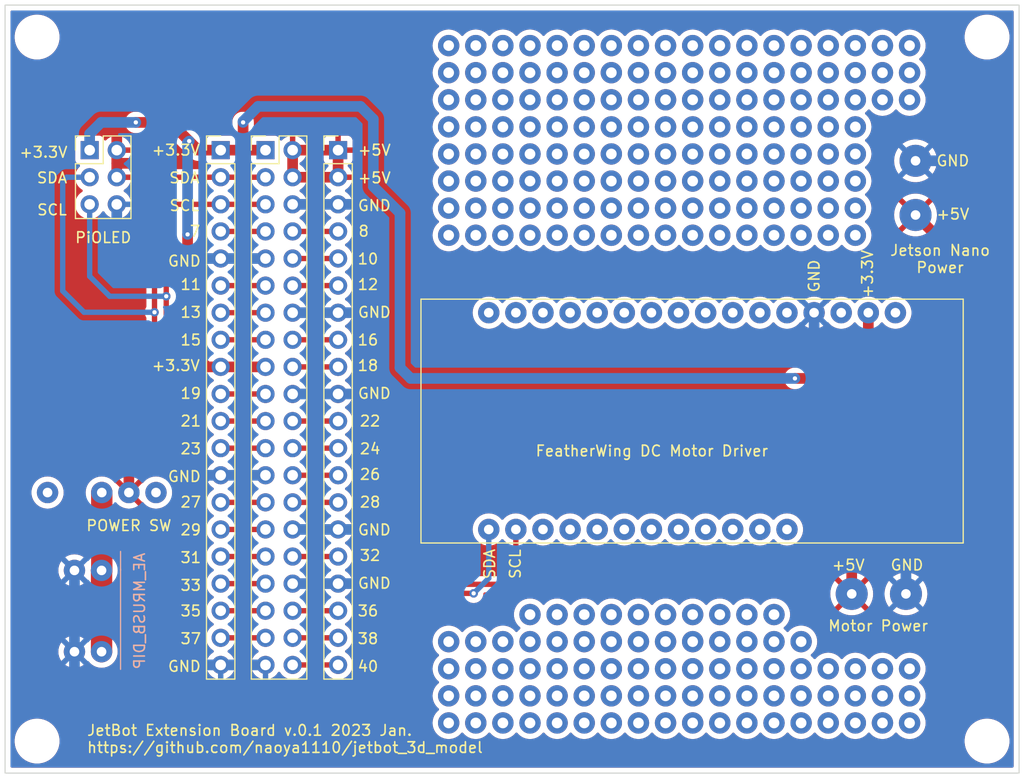
<source format=kicad_pcb>
(kicad_pcb (version 20211014) (generator pcbnew)
  (layers (0 "F.Cu" signal) (31 "B.Cu" signal) (34 "B.Paste" user) (35 "F.Paste" user) (36 "B.SilkS" user "B.Silkscreen") (37 "F.SilkS" user "F.Silkscreen") (38 "B.Mask" user) (39 "F.Mask" user) (44 "Edge.Cuts" user))
  (net 0 "")
  (net 1 "+5V")
  (net 2 "GND")
  (net 4 "+3.3V")
  (net 28 "I2C_2_SCL")
  (net 29 "I2C_2_SDA")
  (net 30 "Net-(J1-Pad3)")
  (net 32 "Net-(J2-Pad7)")
  (net 33 "Net-(J2-Pad8)")
  (net 34 "Net-(J2-Pad10)")
  (net 35 "Net-(J2-Pad11)")
  (net 36 "Net-(J2-Pad12)")
  (net 37 "Net-(J2-Pad13)")
  (net 38 "Net-(J2-Pad15)")
  (net 39 "Net-(J2-Pad16)")
  (net 40 "Net-(J2-Pad18)")
  (net 41 "Net-(J2-Pad19)")
  (net 42 "Net-(J2-Pad21)")
  (net 43 "Net-(J2-Pad22)")
  (net 44 "Net-(J2-Pad23)")
  (net 45 "Net-(J2-Pad24)")
  (net 46 "Net-(J2-Pad26)")
  (net 47 "Net-(J2-Pad27)")
  (net 48 "Net-(J2-Pad28)")
  (net 49 "Net-(J2-Pad29)")
  (net 50 "Net-(J2-Pad31)")
  (net 51 "Net-(J2-Pad32)")
  (net 52 "Net-(J2-Pad33)")
  (net 53 "Net-(J2-Pad35)")
  (net 54 "Net-(J2-Pad36)")
  (net 55 "Net-(J2-Pad37)")
  (net 56 "Net-(J2-Pad38)")
  (net 57 "Net-(J2-Pad40)")
  (footprint "" (layer "F.Cu") (at 203.2 53.34)
    (fp_text reference "")
    (fp_text value "")
  )
  (footprint "" (layer "F.Cu") (at 200.66 114.3)
    (fp_text reference "")
    (fp_text value "")
  )
  (footprint "" (layer "F.Cu") (at 190.5 106.68)
    (fp_text reference "")
    (fp_text value "")
  )
  (footprint "" (layer "F.Cu") (at 187.96 111.76)
    (fp_text reference "")
    (fp_text value "")
  )
  (footprint "" (layer "F.Cu") (at 172.72 106.68)
    (fp_text reference "")
    (fp_text value "")
  )
  (footprint "" (layer "F.Cu") (at 177.8 58.42)
    (fp_text reference "")
    (fp_text value "")
  )
  (footprint "" (layer "F.Cu") (at 190.5 109.22)
    (fp_text reference "")
    (fp_text value "")
  )
  (footprint "" (layer "F.Cu") (at 182.88 111.76)
    (fp_text reference "")
    (fp_text value "")
  )
  (footprint "" (layer "F.Cu") (at 182.88 58.42)
    (fp_text reference "")
    (fp_text value "")
  )
  (footprint "" (layer "F.Cu") (at 170.18 60.96)
    (fp_text reference "")
    (fp_text value "")
  )
  (footprint "" (layer "F.Cu") (at 172.72 63.5)
    (fp_text reference "")
    (fp_text value "")
  )
  (footprint "" (layer "F.Cu") (at 165.1 63.5)
    (fp_text reference "")
    (fp_text value "")
  )
  (footprint "" (layer "F.Cu") (at 198.12 114.3)
    (fp_text reference "")
    (fp_text value "")
  )
  (footprint "" (layer "F.Cu") (at 175.26 50.8)
    (fp_text reference "")
    (fp_text value "")
  )
  (footprint "" (layer "F.Cu") (at 187.96 60.96)
    (fp_text reference "")
    (fp_text value "")
  )
  (footprint "" (layer "F.Cu") (at 182.88 109.22)
    (fp_text reference "")
    (fp_text value "")
  )
  (footprint "MountingHole:MountingHole_3.2mm_M3" (layer "F.Cu") (at 213 50)
    (fp_text reference "REF**" hide)
    (fp_text value "MountingHole_3.2mm_M3" hide)
  )
  (footprint "" (layer "F.Cu") (at 172.72 66.04)
    (fp_text reference "")
    (fp_text value "")
  )
  (footprint "" (layer "F.Cu") (at 180.34 53.34)
    (fp_text reference "")
    (fp_text value "")
  )
  (footprint "" (layer "F.Cu") (at 203.2 111.76)
    (fp_text reference "")
    (fp_text value "")
  )
  (footprint "" (layer "F.Cu") (at 187.96 104.14)
    (fp_text reference "")
    (fp_text value "")
  )
  (footprint "" (layer "F.Cu") (at 187.96 68.58)
    (fp_text reference "")
    (fp_text value "")
  )
  (footprint "" (layer "F.Cu") (at 170.18 114.3)
    (fp_text reference "")
    (fp_text value "")
  )
  (footprint "" (layer "F.Cu") (at 177.8 104.14)
    (fp_text reference "")
    (fp_text value "")
  )
  (footprint "" (layer "F.Cu") (at 198.12 60.96)
    (fp_text reference "")
    (fp_text value "")
  )
  (footprint "" (layer "F.Cu") (at 162.56 114.3)
    (fp_text reference "")
    (fp_text value "")
  )
  (footprint "" (layer "F.Cu") (at 177.8 60.96)
    (fp_text reference "")
    (fp_text value "")
  )
  (footprint "" (layer "F.Cu") (at 175.26 53.34)
    (fp_text reference "")
    (fp_text value "")
  )
  (footprint "" (layer "F.Cu") (at 180.34 63.5)
    (fp_text reference "")
    (fp_text value "")
  )
  (footprint "" (layer "F.Cu") (at 190.5 60.96)
    (fp_text reference "")
    (fp_text value "")
  )
  (footprint "" (layer "F.Cu") (at 162.56 55.88)
    (fp_text reference "")
    (fp_text value "")
  )
  (footprint "" (layer "F.Cu") (at 172.72 55.88)
    (fp_text reference "")
    (fp_text value "")
  )
  (footprint "" (layer "F.Cu") (at 187.96 109.22)
    (fp_text reference "")
    (fp_text value "")
  )
  (footprint "Connector_PinHeader_2.54mm:PinHeader_1x20_P2.54mm_Vertical" (layer "F.Cu") (at 152.2 60.6)
    (fp_text reference "J8" hide)
    (fp_text value "GPIO_even" hide)
  )
  (footprint "" (layer "F.Cu") (at 203.2 50.8)
    (fp_text reference "")
    (fp_text value "")
  )
  (footprint "" (layer "F.Cu") (at 170.18 68.58)
    (fp_text reference "")
    (fp_text value "")
  )
  (footprint "Connector_PinHeader_2.54mm:PinHeader_2x03_P2.54mm_Vertical" (layer "F.Cu") (at 128.925 60.6)
    (fp_text reference "J3" hide)
    (fp_text value "PiOLED 2x3" hide)
  )
  (footprint "" (layer "F.Cu") (at 170.18 58.42)
    (fp_text reference "")
    (fp_text value "")
  )
  (footprint "" (layer "F.Cu") (at 175.26 111.76)
    (fp_text reference "")
    (fp_text value "")
  )
  (footprint "" (layer "F.Cu") (at 167.64 50.8)
    (fp_text reference "")
    (fp_text value "")
  )
  (footprint "" (layer "F.Cu") (at 193.04 114.3)
    (fp_text reference "")
    (fp_text value "")
  )
  (footprint "" (layer "F.Cu") (at 165.1 114.3)
    (fp_text reference "")
    (fp_text value "")
  )
  (footprint "" (layer "F.Cu") (at 185.42 55.88)
    (fp_text reference "")
    (fp_text value "")
  )
  (footprint "" (layer "F.Cu") (at 172.72 109.22)
    (fp_text reference "")
    (fp_text value "")
  )
  (footprint "" (layer "F.Cu") (at 198.12 63.5)
    (fp_text reference "")
    (fp_text value "")
  )
  (footprint "" (layer "F.Cu") (at 170.18 109.22)
    (fp_text reference "")
    (fp_text value "")
  )
  (footprint "" (layer "F.Cu") (at 182.88 50.8)
    (fp_text reference "")
    (fp_text value "")
  )
  (footprint "" (layer "F.Cu") (at 195.58 50.8)
    (fp_text reference "")
    (fp_text value "")
  )
  (footprint "" (layer "F.Cu") (at 200.66 111.76)
    (fp_text reference "")
    (fp_text value "")
  )
  (footprint "" (layer "F.Cu") (at 175.26 60.96)
    (fp_text reference "")
    (fp_text value "")
  )
  (footprint "" (layer "F.Cu") (at 165.1 106.68)
    (fp_text reference "")
    (fp_text value "")
  )
  (footprint "" (layer "F.Cu") (at 165.1 58.42)
    (fp_text reference "")
    (fp_text value "")
  )
  (footprint "" (layer "F.Cu") (at 193.04 55.88)
    (fp_text reference "")
    (fp_text value "")
  )
  (footprint "" (layer "F.Cu") (at 162.56 106.68)
    (fp_text reference "")
    (fp_text value "")
  )
  (footprint "" (layer "F.Cu") (at 167.64 106.68)
    (fp_text reference "")
    (fp_text value "")
  )
  (footprint "" (layer "F.Cu") (at 195.58 55.88)
    (fp_text reference "")
    (fp_text value "")
  )
  (footprint "" (layer "F.Cu") (at 180.34 68.58)
    (fp_text reference "")
    (fp_text value "")
  )
  (footprint "MountingHole:MountingHole_3.2mm_M3" (layer "F.Cu") (at 124 50)
    (fp_text reference "REF**" hide)
    (fp_text value "MountingHole_3.2mm_M3" hide)
  )
  (footprint "" (layer "F.Cu") (at 185.42 58.42)
    (fp_text reference "")
    (fp_text value "")
  )
  (footprint "" (layer "F.Cu") (at 198.12 55.88)
    (fp_text reference "")
    (fp_text value "")
  )
  (footprint "" (layer "F.Cu") (at 180.34 114.3)
    (fp_text reference "")
    (fp_text value "")
  )
  (footprint "" (layer "F.Cu") (at 187.96 106.68)
    (fp_text reference "")
    (fp_text value "")
  )
  (footprint "" (layer "F.Cu") (at 198.12 111.76)
    (fp_text reference "")
    (fp_text value "")
  )
  (footprint "" (layer "F.Cu") (at 185.42 66.04)
    (fp_text reference "")
    (fp_text value "")
  )
  (footprint "" (layer "F.Cu") (at 203.2 55.88)
    (fp_text reference "")
    (fp_text value "")
  )
  (footprint "" (layer "F.Cu") (at 180.34 60.96)
    (fp_text reference "")
    (fp_text value "")
  )
  (footprint "" (layer "F.Cu") (at 172.72 104.14)
    (fp_text reference "")
    (fp_text value "")
  )
  (footprint "" (layer "F.Cu") (at 200.66 60.96)
    (fp_text reference "")
    (fp_text value "")
  )
  (footprint "" (layer "F.Cu") (at 175.26 68.58)
    (fp_text reference "")
    (fp_text value "")
  )
  (footprint "" (layer "F.Cu") (at 172.72 114.3)
    (fp_text reference "")
    (fp_text value "")
  )
  (footprint "" (layer "F.Cu") (at 185.42 111.76)
    (fp_text reference "")
    (fp_text value "")
  )
  (footprint "" (layer "F.Cu") (at 165.1 66.04)
    (fp_text reference "")
    (fp_text value "")
  )
  (footprint "" (layer "F.Cu") (at 170.18 63.5)
    (fp_text reference "")
    (fp_text value "")
  )
  (footprint "" (layer "F.Cu") (at 190.5 68.58)
    (fp_text reference "")
    (fp_text value "")
  )
  (footprint "" (layer "F.Cu") (at 167.64 60.96)
    (fp_text reference "")
    (fp_text value "")
  )
  (footprint "" (layer "F.Cu") (at 182.88 104.14)
    (fp_text reference "")
    (fp_text value "")
  )
  (footprint "" (layer "F.Cu") (at 170.18 55.88)
    (fp_text reference "")
    (fp_text value "")
  )
  (footprint "" (layer "F.Cu") (at 167.64 109.22)
    (fp_text reference "")
    (fp_text value "")
  )
  (footprint "" (layer "F.Cu") (at 162.56 68.58)
    (fp_text reference "")
    (fp_text value "")
  )
  (footprint "" (layer "F.Cu") (at 172.72 58.42)
    (fp_text reference "")
    (fp_text value "")
  )
  (footprint "" (layer "F.Cu") (at 172.72 111.76)
    (fp_text reference "")
    (fp_text value "")
  )
  (footprint "" (layer "F.Cu") (at 198.12 58.42)
    (fp_text reference "")
    (fp_text value "")
  )
  (footprint "" (layer "F.Cu") (at 162.56 60.96)
    (fp_text reference "")
    (fp_text value "")
  )
  (footprint "" (layer "F.Cu") (at 190.5 63.5)
    (fp_text reference "")
    (fp_text value "")
  )
  (footprint "" (layer "F.Cu") (at 205.74 53.34)
    (fp_text reference "")
    (fp_text value "")
  )
  (footprint "" (layer "F.Cu") (at 195.58 58.42)
    (fp_text reference "")
    (fp_text value "")
  )
  (footprint "" (layer "F.Cu") (at 180.34 58.42)
    (fp_text reference "")
    (fp_text value "")
  )
  (footprint "" (layer "F.Cu") (at 165.1 60.96)
    (fp_text reference "")
    (fp_text value "")
  )
  (footprint "" (layer "F.Cu") (at 190.5 58.42)
    (fp_text reference "")
    (fp_text value "")
  )
  (footprint "" (layer "F.Cu") (at 187.96 53.34)
    (fp_text reference "")
    (fp_text value "")
  )
  (footprint "" (layer "F.Cu") (at 187.96 66.04)
    (fp_text reference "")
    (fp_text value "")
  )
  (footprint "" (layer "F.Cu") (at 162.56 58.42)
    (fp_text reference "")
    (fp_text value "")
  )
  (footprint "" (layer "F.Cu") (at 175.26 109.22)
    (fp_text reference "")
    (fp_text value "")
  )
  (footprint "" (layer "F.Cu") (at 162.56 109.22)
    (fp_text reference "")
    (fp_text value "")
  )
  (footprint "" (layer "F.Cu") (at 193.04 63.5)
    (fp_text reference "")
    (fp_text value "")
  )
  (footprint "" (layer "F.Cu") (at 193.04 60.96)
    (fp_text reference "")
    (fp_text value "")
  )
  (footprint "" (layer "F.Cu") (at 185.42 106.68)
    (fp_text reference "")
    (fp_text value "")
  )
  (footprint "" (layer "F.Cu") (at 205.74 109.22)
    (fp_text reference "")
    (fp_text value "")
  )
  (footprint "" (layer "F.Cu") (at 175.26 106.68)
    (fp_text reference "")
    (fp_text value "")
  )
  (footprint "" (layer "F.Cu") (at 172.72 60.96)
    (fp_text reference "")
    (fp_text value "")
  )
  (footprint "" (layer "F.Cu") (at 165.1 111.76)
    (fp_text reference "")
    (fp_text value "")
  )
  (footprint "" (layer "F.Cu") (at 185.42 63.5)
    (fp_text reference "")
    (fp_text value "")
  )
  (footprint "" (layer "F.Cu") (at 162.56 66.04)
    (fp_text reference "")
    (fp_text value "")
  )
  (footprint "" (layer "F.Cu") (at 165.1 109.22)
    (fp_text reference "")
    (fp_text value "")
  )
  (footprint "" (layer "F.Cu") (at 167.64 53.34)
    (fp_text reference "")
    (fp_text value "")
  )
  (footprint "" (layer "F.Cu") (at 205.74 50.8)
    (fp_text reference "")
    (fp_text value "")
  )
  (footprint "" (layer "F.Cu") (at 175.26 66.04)
    (fp_text reference "")
    (fp_text value "")
  )
  (footprint "" (layer "F.Cu") (at 200.66 55.88)
    (fp_text reference "")
    (fp_text value "")
  )
  (footprint "" (layer "F.Cu") (at 205.74 111.76)
    (fp_text reference "")
    (fp_text value "")
  )
  (footprint "" (layer "F.Cu") (at 182.88 114.3)
    (fp_text reference "")
    (fp_text value "")
  )
  (footprint "" (layer "F.Cu") (at 187.96 63.5)
    (fp_text reference "")
    (fp_text value "")
  )
  (footprint "" (layer "F.Cu") (at 193.04 58.42)
    (fp_text reference "")
    (fp_text value "")
  )
  (footprint "" (layer "F.Cu") (at 177.8 111.76)
    (fp_text reference "")
    (fp_text value "")
  )
  (footprint "extension_circuit_board:Jetson Nano Power" (layer "F.Cu") (at 202.86 104.74)
    (fp_text reference "J6" hide)
    (fp_text value "Motor Power" hide)
  )
  (footprint "" (layer "F.Cu") (at 187.96 114.3)
    (fp_text reference "")
    (fp_text value "")
  )
  (footprint "" (layer "F.Cu") (at 165.1 53.34)
    (fp_text reference "")
    (fp_text value "")
  )
  (footprint "" (layer "F.Cu") (at 170.18 106.68)
    (fp_text reference "")
    (fp_text value "")
  )
  (footprint "" (layer "F.Cu") (at 198.12 50.8)
    (fp_text reference "")
    (fp_text value "")
  )
  (footprint "" (layer "F.Cu") (at 198.12 66.04)
    (fp_text reference "")
    (fp_text value "")
  )
  (footprint "" (layer "F.Cu") (at 182.88 63.5)
    (fp_text reference "")
    (fp_text value "")
  )
  (footprint "" (layer "F.Cu") (at 190.5 111.76)
    (fp_text reference "")
    (fp_text value "")
  )
  (footprint "MountingHole:MountingHole_3.2mm_M3" (layer "F.Cu") (at 124 116)
    (fp_text reference "REF**" hide)
    (fp_text value "MountingHole_3.2mm_M3" hide)
  )
  (footprint "" (layer "F.Cu") (at 195.58 68.58)
    (fp_text reference "")
    (fp_text value "")
  )
  (footprint "" (layer "F.Cu") (at 172.72 50.8)
    (fp_text reference "")
    (fp_text value "")
  )
  (footprint "" (layer "F.Cu") (at 180.34 55.88)
    (fp_text reference "")
    (fp_text value "")
  )
  (footprint "" (layer "F.Cu") (at 193.04 53.34)
    (fp_text reference "")
    (fp_text value "")
  )
  (footprint "" (layer "F.Cu") (at 167.64 55.88)
    (fp_text reference "")
    (fp_text value "")
  )
  (footprint "" (layer "F.Cu") (at 162.56 63.5)
    (fp_text reference "")
    (fp_text value "")
  )
  (footprint "" (layer "F.Cu") (at 190.5 104.14)
    (fp_text reference "")
    (fp_text value "")
  )
  (footprint "" (layer "F.Cu") (at 175.26 55.88)
    (fp_text reference "")
    (fp_text value "")
  )
  (footprint "" (layer "F.Cu") (at 200.66 109.22)
    (fp_text reference "")
    (fp_text value "")
  )
  (footprint "" (layer "F.Cu") (at 177.8 66.04)
    (fp_text reference "")
    (fp_text value "")
  )
  (footprint "" (layer "F.Cu") (at 177.8 68.58)
    (fp_text reference "")
    (fp_text value "")
  )
  (footprint "" (layer "F.Cu") (at 180.34 109.22)
    (fp_text reference "")
    (fp_text value "")
  )
  (footprint "" (layer "F.Cu") (at 203.2 109.22)
    (fp_text reference "")
    (fp_text value "")
  )
  (footprint "" (layer "F.Cu") (at 200.66 53.34)
    (fp_text reference "")
    (fp_text value "")
  )
  (footprint "" (layer "F.Cu") (at 195.58 114.3)
    (fp_text reference "")
    (fp_text value "")
  )
  (footprint "Connector_PinHeader_2.54mm:PinHeader_1x20_P2.54mm_Vertical" (layer "F.Cu") (at 141.2 60.6)
    (fp_text reference "J7" hide)
    (fp_text value "GPIO_odd" hide)
  )
  (footprint "MountingHole:MountingHole_3.2mm_M3" (layer "F.Cu") (at 213 116)
    (fp_text reference "REF**" hide)
    (fp_text value "MountingHole_3.2mm_M3" hide)
  )
  (footprint "" (layer "F.Cu") (at 205.74 114.3)
    (fp_text reference "")
    (fp_text value "")
  )
  (footprint "" (layer "F.Cu") (at 198.12 109.22)
    (fp_text reference "")
    (fp_text value "")
  )
  (footprint "" (layer "F.Cu") (at 170.18 50.8)
    (fp_text reference "")
    (fp_text value "")
  )
  (footprint "" (layer "F.Cu") (at 167.64 68.58)
    (fp_text reference "")
    (fp_text value "")
  )
  (footprint "" (layer "F.Cu") (at 195.58 111.76)
    (fp_text reference "")
    (fp_text value "")
  )
  (footprint "" (layer "F.Cu") (at 177.8 50.8)
    (fp_text reference "")
    (fp_text value "")
  )
  (footprint "extension_circuit_board:FeatherWing_DC_Motor_Driver" (layer "F.Cu") (at 157.425 87.27 -90)
    (fp_text reference "J4" hide)
    (fp_text value "FeatherWing_DCmotor" hide)
  )
  (footprint "" (layer "F.Cu") (at 195.58 106.68)
    (fp_text reference "")
    (fp_text value "")
  )
  (footprint "" (layer "F.Cu") (at 193.04 66.04)
    (fp_text reference "")
    (fp_text value "")
  )
  (footprint "" (layer "F.Cu") (at 203.2 114.3)
    (fp_text reference "")
    (fp_text value "")
  )
  (footprint "" (layer "F.Cu") (at 177.8 63.5)
    (fp_text reference "")
    (fp_text value "")
  )
  (footprint "" (layer "F.Cu") (at 182.88 53.34)
    (fp_text reference "")
    (fp_text value "")
  )
  (footprint "" (layer "F.Cu") (at 182.88 55.88)
    (fp_text reference "")
    (fp_text value "")
  )
  (footprint "" (layer "F.Cu") (at 165.1 55.88)
    (fp_text reference "")
    (fp_text value "")
  )
  (footprint "" (layer "F.Cu") (at 175.26 114.3)
    (fp_text reference "")
    (fp_text value "")
  )
  (footprint "" (layer "F.Cu") (at 198.12 68.58)
    (fp_text reference "")
    (fp_text value "")
  )
  (footprint "" (layer "F.Cu") (at 193.04 68.58)
    (fp_text reference "")
    (fp_text value "")
  )
  (footprint "" (layer "F.Cu") (at 185.42 104.14)
    (fp_text reference "")
    (fp_text value "")
  )
  (footprint "" (layer "F.Cu") (at 200.66 50.8)
    (fp_text reference "")
    (fp_text value "")
  )
  (footprint "" (layer "F.Cu") (at 170.18 66.04)
    (fp_text reference "")
    (fp_text value "")
  )
  (footprint "" (layer "F.Cu") (at 185.42 53.34)
    (fp_text reference "")
    (fp_text value "")
  )
  (footprint "" (layer "F.Cu") (at 190.5 66.04)
    (fp_text reference "")
    (fp_text value "")
  )
  (footprint "" (layer "F.Cu") (at 175.26 58.42)
    (fp_text reference "")
    (fp_text value "")
  )
  (footprint "" (layer "F.Cu") (at 205.74 55.88)
    (fp_text reference "")
    (fp_text value "")
  )
  (footprint "extension_circuit_board:AE_SW_TOGGLE" (layer "F.Cu") (at 122.44 92.7 -90)
    (fp_text reference "SW1" hide)
    (fp_text value "SW_SPDT" hide)
  )
  (footprint "" (layer "F.Cu") (at 182.88 60.96)
    (fp_text reference "")
    (fp_text value "")
  )
  (footprint "" (layer "F.Cu") (at 190.5 53.34)
    (fp_text reference "")
    (fp_text value "")
  )
  (footprint "" (layer "F.Cu") (at 185.42 50.8)
    (fp_text reference "")
    (fp_text value "")
  )
  (footprint "" (layer "F.Cu") (at 180.34 104.14)
    (fp_text reference "")
    (fp_text value "")
  )
  (footprint "" (layer "F.Cu") (at 185.42 109.22)
    (fp_text reference "")
    (fp_text value "")
  )
  (footprint "" (layer "F.Cu") (at 200.66 63.5)
    (fp_text reference "")
    (fp_text value "")
  )
  (footprint "" (layer "F.Cu") (at 195.58 109.22)
    (fp_text reference "")
    (fp_text value "")
  )
  (footprint "" (layer "F.Cu") (at 167.64 114.3)
    (fp_text reference "")
    (fp_text value "")
  )
  (footprint "" (layer "F.Cu") (at 162.56 111.76)
    (fp_text reference "")
    (fp_text value "")
  )
  (footprint "" (layer "F.Cu") (at 193.04 104.14)
    (fp_text reference "")
    (fp_text value "")
  )
  (footprint "" (layer "F.Cu") (at 177.8 114.3)
    (fp_text reference "")
    (fp_text value "")
  )
  (footprint "" (layer "F.Cu") (at 162.56 53.34)
    (fp_text reference "")
    (fp_text value "")
  )
  (footprint "" (layer "F.Cu") (at 182.88 66.04)
    (fp_text reference "")
    (fp_text value "")
  )
  (footprint "" (layer "F.Cu") (at 195.58 60.96)
    (fp_text reference "")
    (fp_text value "")
  )
  (footprint "" (layer "F.Cu") (at 162.56 50.8)
    (fp_text reference "")
    (fp_text value "")
  )
  (footprint "" (layer "F.Cu") (at 200.66 68.58)
    (fp_text reference "")
    (fp_text value "")
  )
  (footprint "" (layer "F.Cu") (at 165.1 50.8)
    (fp_text reference "")
    (fp_text value "")
  )
  (footprint "" (layer "F.Cu") (at 182.88 106.68)
    (fp_text reference "")
    (fp_text value "")
  )
  (footprint "" (layer "F.Cu") (at 187.96 58.42)
    (fp_text reference "")
    (fp_text value "")
  )
  (footprint "" (layer "F.Cu") (at 185.42 60.96)
    (fp_text reference "")
    (fp_text value "")
  )
  (footprint "" (layer "F.Cu") (at 198.12 53.34)
    (fp_text reference "")
    (fp_text value "")
  )
  (footprint "" (layer "F.Cu") (at 185.42 68.58)
    (fp_text reference "")
    (fp_text value "")
  )
  (footprint "" (layer "F.Cu") (at 180.34 106.68)
    (fp_text reference "")
    (fp_text value "")
  )
  (footprint "" (layer "F.Cu") (at 180.34 50.8)
    (fp_text reference "")
    (fp_text value "")
  )
  (footprint "" (layer "F.Cu") (at 193.04 50.8)
    (fp_text reference "")
    (fp_text value "")
  )
  (footprint "" (layer "F.Cu") (at 190.5 50.8)
    (fp_text reference "")
    (fp_text value "")
  )
  (footprint "" (layer "F.Cu") (at 165.1 68.58)
    (fp_text reference "")
    (fp_text value "")
  )
  (footprint "" (layer "F.Cu") (at 182.88 68.58)
    (fp_text reference "")
    (fp_text value "")
  )
  (footprint "" (layer "F.Cu") (at 190.5 55.88)
    (fp_text reference "")
    (fp_text value "")
  )
  (footprint "" (layer "F.Cu") (at 167.64 66.04)
    (fp_text reference "")
    (fp_text value "")
  )
  (footprint "" (layer "F.Cu") (at 200.66 66.04)
    (fp_text reference "")
    (fp_text value "")
  )
  (footprint "" (layer "F.Cu") (at 177.8 55.88)
    (fp_text reference "")
    (fp_text value "")
  )
  (footprint "" (layer "F.Cu") (at 200.66 58.42)
    (fp_text reference "")
    (fp_text value "")
  )
  (footprint "" (layer "F.Cu") (at 167.64 111.76)
    (fp_text reference "")
    (fp_text value "")
  )
  (footprint "" (layer "F.Cu") (at 195.58 66.04)
    (fp_text reference "")
    (fp_text value "")
  )
  (footprint "" (layer "F.Cu") (at 170.18 53.34)
    (fp_text reference "")
    (fp_text value "")
  )
  (footprint "" (layer "F.Cu") (at 170.18 104.14)
    (fp_text reference "")
    (fp_text value "")
  )
  (footprint "" (layer "F.Cu") (at 180.34 111.76)
    (fp_text reference "")
    (fp_text value "")
  )
  (footprint "" (layer "F.Cu") (at 187.96 55.88)
    (fp_text reference "")
    (fp_text value "")
  )
  (footprint "" (layer "F.Cu") (at 180.34 66.04)
    (fp_text reference "")
    (fp_text value "")
  )
  (footprint "" (layer "F.Cu") (at 177.8 106.68)
    (fp_text reference "")
    (fp_text value "")
  )
  (footprint "" (layer "F.Cu") (at 167.64 58.42)
    (fp_text reference "")
    (fp_text value "")
  )
  (footprint "" (layer "F.Cu") (at 193.04 109.22)
    (fp_text reference "")
    (fp_text value "")
  )
  (footprint "" (layer "F.Cu") (at 185.42 114.3)
    (fp_text reference "")
    (fp_text value "")
  )
  (footprint "" (layer "F.Cu") (at 170.18 111.76)
    (fp_text reference "")
    (fp_text value "")
  )
  (footprint "" (layer "F.Cu") (at 177.8 53.34)
    (fp_text reference "")
    (fp_text value "")
  )
  (footprint "" (layer "F.Cu") (at 193.04 106.68)
    (fp_text reference "")
    (fp_text value "")
  )
  (footprint "" (layer "F.Cu") (at 175.26 63.5)
    (fp_text reference "")
    (fp_text value "")
  )
  (footprint "" (layer "F.Cu") (at 172.72 53.34)
    (fp_text reference "")
    (fp_text value "")
  )
  (footprint "" (layer "F.Cu") (at 167.64 63.5)
    (fp_text reference "")
    (fp_text value "")
  )
  (footprint "" (layer "F.Cu") (at 195.58 53.34)
    (fp_text reference "")
    (fp_text value "")
  )
  (footprint "" (layer "F.Cu") (at 190.5 114.3)
    (fp_text reference "")
    (fp_text value "")
  )
  (footprint "" (layer "F.Cu") (at 195.58 63.5)
    (fp_text reference "")
    (fp_text value "")
  )
  (footprint "" (layer "F.Cu") (at 175.26 104.14)
    (fp_text reference "")
    (fp_text value "")
  )
  (footprint "" (layer "F.Cu") (at 187.96 50.8)
    (fp_text reference "")
    (fp_text value "")
  )
  (footprint "Connector_PinHeader_2.54mm:PinHeader_2x20_P2.54mm_Vertical" (layer "F.Cu") (at 145.4 60.6)
    (fp_text reference "J2" hide)
    (fp_text value "Jetson_Nano_GPIO" hide)
  )
  (footprint "extension_circuit_board:Jetson Nano Power" (layer "F.Cu") (at 208.84 64.14 90)
    (fp_text reference "J5" hide)
    (fp_text value "Jetson Nano Power" hide)
  )
  (footprint "" (layer "F.Cu") (at 177.8 109.22)
    (fp_text reference "")
    (fp_text value "")
  )
  (footprint "" (layer "F.Cu") (at 172.72 68.58)
    (fp_text reference "")
    (fp_text value "")
  )
  (footprint "" (layer "F.Cu") (at 193.04 111.76)
    (fp_text reference "")
    (fp_text value "")
  )
  (footprint "extension_circuit_board:AE_MRUSB_DIP" (layer "B.Cu") (at 133.85 103.81 -90)
    (fp_text reference "J1" hide)
    (fp_text value "AE_MRUSB_DIP" hide)
  )
  (gr_rect (start 121 47) (end 216 119) (layer "Edge.Cuts") (width 0.1) (fill none))
  (gr_text "AE_MRUSB_DIP" (at 133.6 103.81 90) (layer "B.SilkS") (effects (font (size 1 1)) (justify mirror)))
  (gr_text "16" (at 155 78.4) (layer "F.SilkS") (effects (font (size 1 1))))
  (gr_text "" (at 165.1 50.8) (layer "F.SilkS") (effects (font (size 1.27 1.27))))
  (gr_text "GND" (at 155.6 75.8) (layer "F.SilkS") (effects (font (size 1 1))))
  (gr_text "13" (at 138.4 75.8) (layer "F.SilkS") (effects (font (size 1 1))))
  (gr_text "GND" (at 137.8 91.2) (layer "F.SilkS") (effects (font (size 1 1))))
  (gr_text "GND" (at 196.8 72.4 90) (layer "F.SilkS") (effects (font (size 1 1))))
  (gr_text "40" (at 155 109) (layer "F.SilkS") (effects (font (size 1 1))))
  (gr_text "SCL" (at 137.8 65.8) (layer "F.SilkS") (effects (font (size 1 1))))
  (gr_text "SCL" (at 168.8 99.4 90) (layer "F.SilkS") (effects (font (size 1 1))))
  (gr_text "+3.3V" (at 137 60.6) (layer "F.SilkS") (effects (font (size 1 1))))
  (gr_text "SDA" (at 125.4 63.2) (layer "F.SilkS") (effects (font (size 1 1))))
  (gr_text "+5V" (at 155.6 60.6) (layer "F.SilkS") (effects (font (size 1 1))))
  (gr_text "GND" (at 209.8 61.6) (layer "F.SilkS") (effects (font (size 1 1))))
  (gr_text "GND" (at 155.6 65.8) (layer "F.SilkS") (effects (font (size 1 1))))
  (gr_text "24" (at 155.2 88.6) (layer "F.SilkS") (effects (font (size 1 1))))
  (gr_text "35" (at 138.4 103.8) (layer "F.SilkS") (effects (font (size 1 1))))
  (gr_text "8" (at 154.6 68.2) (layer "F.SilkS") (effects (font (size 1 1))))
  (gr_text "Jetson Nano\nPower" (at 208.6 70.8) (layer "F.SilkS") (effects (font (size 1 1))))
  (gr_text "21" (at 138.4 86) (layer "F.SilkS") (effects (font (size 1 1))))
  (gr_text "22" (at 155.2 86) (layer "F.SilkS") (effects (font (size 1 1))))
  (gr_text "JetBot Extension Board v.0.1 2023 Jan.\nhttps://github.com/naoya1110/jetbot_3d_model" (at 128.6 115.8) (layer "F.SilkS") (effects (font (size 1 1)) (justify left)))
  (gr_text "27" (at 138.4 93.6) (layer "F.SilkS") (effects (font (size 1 1))))
  (gr_text "26" (at 155.2 91) (layer "F.SilkS") (effects (font (size 1 1))))
  (gr_text "SCL" (at 125.4 66.2) (layer "F.SilkS") (effects (font (size 1 1))))
  (gr_text "SDA" (at 137.8 63.2) (layer "F.SilkS") (effects (font (size 1 1))))
  (gr_text "" (at 165.1 53.34) (layer "F.SilkS") (effects (font (size 1.27 1.27))))
  (gr_text "12" (at 155 73.2) (layer "F.SilkS") (effects (font (size 1 1))))
  (gr_text "+3.3V" (at 137 80.8) (layer "F.SilkS") (effects (font (size 1 1))))
  (gr_text "GND" (at 155.6 83.4) (layer "F.SilkS") (effects (font (size 1 1))))
  (gr_text "FeatherWing DC Motor Driver" (at 181.6 88.8) (layer "F.SilkS") (effects (font (size 1 1))))
  (gr_text "" (at 165.1 50.8) (layer "F.SilkS") (effects (font (size 1.27 1.27))))
  (gr_text "15" (at 138.4 78.4) (layer "F.SilkS") (effects (font (size 1 1))))
  (gr_text "" (at 165.1 60.96) (layer "F.SilkS") (effects (font (size 1.27 1.27))))
  (gr_text "38" (at 155 106.4) (layer "F.SilkS") (effects (font (size 1 1))))
  (gr_text "37" (at 138.4 106.4) (layer "F.SilkS") (effects (font (size 1 1))))
  (gr_text "GND" (at 205.5 99.5) (layer "F.SilkS") (effects (font (size 1 1))))
  (gr_text "36" (at 155 103.8) (layer "F.SilkS") (effects (font (size 1 1))))
  (gr_text "GND" (at 155.6 96.2) (layer "F.SilkS") (effects (font (size 1 1))))
  (gr_text "+3.3V" (at 201.8 72.2 90) (layer "F.SilkS") (effects (font (size 1 1))))
  (gr_text "" (at 165.1 58.42) (layer "F.SilkS") (effects (font (size 1.27 1.27))))
  (gr_text "POWER SW" (at 132.6 95.8) (layer "F.SilkS") (effects (font (size 1 1))))
  (gr_text "" (at 165.1 55.88) (layer "F.SilkS") (effects (font (size 1.27 1.27))))
  (gr_text "" (at 165.1 55.88) (layer "F.SilkS") (effects (font (size 1.27 1.27))))
  (gr_text "+3.3V" (at 124.6 60.8) (layer "F.SilkS") (effects (font (size 1 1))))
  (gr_text "" (at 165.1 58.42) (layer "F.SilkS") (effects (font (size 1.27 1.27))))
  (gr_text "SDA" (at 166.4 99.4 90) (layer "F.SilkS") (effects (font (size 1 1))))
  (gr_text "Motor Power" (at 202.8 105.2) (layer "F.SilkS") (effects (font (size 1 1))))
  (gr_text "" (at 165.1 53.34) (layer "F.SilkS") (effects (font (size 1.27 1.27))))
  (gr_text "GND" (at 137.8 109) (layer "F.SilkS") (effects (font (size 1 1))))
  (gr_text "28" (at 155.2 93.6) (layer "F.SilkS") (effects (font (size 1 1))))
  (gr_text "32" (at 155.2 98.6) (layer "F.SilkS") (effects (font (size 1 1))))
  (gr_text "33" (at 138.4 101.4) (layer "F.SilkS") (effects (font (size 1 1))))
  (gr_text "GND" (at 155.6 101.2) (layer "F.SilkS") (effects (font (size 1 1))))
  (gr_text "PiOLED" (at 130.2 68.8) (layer "F.SilkS") (effects (font (size 1 1))))
  (gr_text "11" (at 138.4 73.2) (layer "F.SilkS") (effects (font (size 1 1))))
  (gr_text "+5V" (at 155.6 63.2) (layer "F.SilkS") (effects (font (size 1 1))))
  (gr_text "18" (at 155 80.8) (layer "F.SilkS") (effects (font (size 1 1))))
  (gr_text "+5V" (at 209.8 66.6) (layer "F.SilkS") (effects (font (size 1 1))))
  (gr_text "GND" (at 137.8 71) (layer "F.SilkS") (effects (font (size 1 1))))
  (gr_text "7" (at 138.8 68.2) (layer "F.SilkS") (effects (font (size 1 1))))
  (gr_text "23" (at 138.4 88.6) (layer "F.SilkS") (effects (font (size 1 1))))
  (gr_text "29" (at 138.4 96.2) (layer "F.SilkS") (effects (font (size 1 1))))
  (gr_text "19" (at 138.4 83.4) (layer "F.SilkS") (effects (font (size 1 1))))
  (gr_text "10" (at 155 70.8) (layer "F.SilkS") (effects (font (size 1 1))))
  (gr_text "" (at 165.1 60.96) (layer "F.SilkS") (effects (font (size 1.27 1.27))))
  (gr_text "+5V" (at 200 99.5) (layer "F.SilkS") (effects (font (size 1 1))))
  (gr_text "31" (at 138.4 98.8) (layer "F.SilkS") (effects (font (size 1 1))))
  (segment (start 208.7 69.08) (end 208.7 81.9) (width 1) (layer "F.Cu") (net 1))
  (segment (start 206.3 66.68) (end 208.7 69.08) (width 1) (layer "F.Cu") (net 1))
  (segment (start 152.2 63.14) (end 147.94 63.14) (width 1) (layer "F.Cu") (net 1))
  (segment (start 131.465 57.535) (end 132.5 56.5) (width 1) (layer "F.Cu") (net 1))
  (segment (start 150.1 60.6) (end 152.2 60.6) (width 1) (layer "F.Cu") (net 1))
  (segment (start 133.8 62.6) (end 133.8 68.2) (width 1) (layer "F.Cu") (net 1))
  (segment (start 133.035 61.835) (end 133.8 62.6) (width 1) (layer "F.Cu") (net 1))
  (segment (start 200.32 90.28) (end 200.32 102.2) (width 1) (layer "F.Cu") (net 1))
  (segment (start 131.465 63.14) (end 131.465 61.835) (width 1) (layer "F.Cu") (net 1))
  (segment (start 149 56.5) (end 150.1 57.6) (width 1) (layer "F.Cu") (net 1))
  (segment (start 131.465 61.835) (end 131.465 60.6) (width 1) (layer "F.Cu") (net 1))
  (segment (start 147.94 60.6) (end 150.1 60.6) (width 1) (layer "F.Cu") (net 1))
  (segment (start 150.1 57.6) (end 150.1 60.6) (width 1) (layer "F.Cu") (net 1))
  (segment (start 152.2 63.14) (end 152.2 60.6) (width 1) (layer "F.Cu") (net 1))
  (segment (start 132.6 69.4) (end 132.6 92.7) (width 1) (layer "F.Cu") (net 1))
  (segment (start 131.465 60.6) (end 131.465 57.535) (width 1) (layer "F.Cu") (net 1))
  (segment (start 208.7 81.9) (end 200.32 90.28) (width 1) (layer "F.Cu") (net 1))
  (segment (start 132.5 56.5) (end 149 56.5) (width 1) (layer "F.Cu") (net 1))
  (segment (start 131.465 61.835) (end 133.035 61.835) (width 1) (layer "F.Cu") (net 1))
  (segment (start 133.8 68.2) (end 132.6 69.4) (width 1) (layer "F.Cu") (net 1))
  (segment (start 147.94 60.6) (end 147.94 63.14) (width 1) (layer "F.Cu") (net 1))
  (segment (start 207.5 84.5) (end 210 82) (width 1) (layer "B.Cu") (net 2))
  (segment (start 154.9 109.9) (end 154.9 100.4) (width 1) (layer "B.Cu") (net 2))
  (segment (start 201.6 84.5) (end 205.5 84.5) (width 1) (layer "B.Cu") (net 2))
  (segment (start 131.465 65.68) (end 131.465 69.565) (width 1) (layer "B.Cu") (net 2))
  (segment (start 208.4 61.6) (end 206.3 61.6) (width 1) (layer "B.Cu") (net 2))
  (segment (start 139.92 91.08) (end 139.14 91.86) (width 1) (layer "B.Cu") (net 2))
  (segment (start 154.06 101.24) (end 154.9 100.4) (width 1) (layer "B.Cu") (net 2))
  (segment (start 143.9 110.7) (end 154.1 110.7) (width 1) (layer "B.Cu") (net 2))
  (segment (start 141.2 70.76) (end 145.4 70.76) (width 1) (layer "B.Cu") (net 2))
  (segment (start 205.4 102.2) (end 205.4 84.6) (width 1) (layer "B.Cu") (net 2))
  (segment (start 153.74 96.16) (end 152.2 96.16) (width 1) (layer "B.Cu") (net 2))
  (segment (start 143.64 108.86) (end 143.64 110.44) (width 1) (layer "B.Cu") (net 2))
  (segment (start 205.5 84.5) (end 207.5 84.5) (width 1) (layer "B.Cu") (net 2))
  (segment (start 147.94 96.16) (end 152.2 96.16) (width 1) (layer "B.Cu") (net 2))
  (segment (start 147.94 83.46) (end 152.2 83.46) (width 1) (layer "B.Cu") (net 2))
  (segment (start 131.465 69.565) (end 132.66 70.76) (width 1) (layer "B.Cu") (net 2))
  (segment (start 196.5 84.5) (end 201.6 84.5) (width 1) (layer "B.Cu") (net 2))
  (segment (start 127.5 109.6) (end 128.1 110.2) (width 1) (layer "B.Cu") (net 2))
  (segment (start 153.86 83.46) (end 154.9 84.5) (width 1) (layer "B.Cu") (net 2))
  (segment (start 139.14 108.86) (end 141.2 108.86) (width 1) (layer "B.Cu") (net 2))
  (segment (start 155.1 76.1) (end 155.1 82.22) (width 1) (layer "B.Cu") (net 2))
  (segment (start 137.8 110.2) (end 139.14 108.86) (width 1) (layer "B.Cu") (net 2))
  (segment (start 143.64 110.44) (end 143.9 110.7) (width 1) (layer "B.Cu") (net 2))
  (segment (start 154.9 84.5) (end 154.9 95) (width 1) (layer "B.Cu") (net 2))
  (segment (start 143.64 108.86) (end 141.2 108.86) (width 1) (layer "B.Cu") (net 2))
  (segment (start 141.2 91.08) (end 145.4 91.08) (width 1) (layer "B.Cu") (net 2))
  (segment (start 147.94 101.24) (end 152.2 101.24) (width 1) (layer "B.Cu") (net 2))
  (segment (start 141.2 91.08) (end 139.92 91.08) (width 1) (layer "B.Cu") (net 2))
  (segment (start 155.1 82.22) (end 153.86 83.46) (width 1) (layer "B.Cu") (net 2))
  (segment (start 132.66 70.76) (end 139.16 70.76) (width 1) (layer "B.Cu") (net 2))
  (segment (start 139.16 70.76) (end 141.2 70.76) (width 1) (layer "B.Cu") (net 2))
  (segment (start 139.14 93.36) (end 139.14 108.86) (width 1) (layer "B.Cu") (net 2))
  (segment (start 145.4 108.86) (end 143.64 108.86) (width 1) (layer "B.Cu") (net 2))
  (segment (start 152.2 75.84) (end 154.84 75.84) (width 1) (layer "B.Cu") (net 2))
  (segment (start 139.14 91.86) (end 139.14 93.36) (width 1) (layer "B.Cu") (net 2))
  (segment (start 205.4 84.6) (end 205.5 84.5) (width 1) (layer "B.Cu") (net 2))
  (segment (start 210 63.2) (end 208.4 61.6) (width 1) (layer "B.Cu") (net 2))
  (segment (start 139.14 93.36) (end 139.14 70.78) (width 1) (layer "B.Cu") (net 2))
  (segment (start 147.94 75.84) (end 152.2 75.84) (width 1) (layer "B.Cu") (net 2))
  (segment (start 196.795 75.84) (end 196.795 84.205) (width 1) (layer "B.Cu") (net 2))
  (segment (start 127.5 107.62) (end 127.5 109.6) (width 1) (layer "B.Cu") (net 2))
  (segment (start 152.2 65.68) (end 153.88 65.68) (width 1) (layer "B.Cu") (net 2))
  (segment (start 128.1 110.2) (end 137.8 110.2) (width 1) (layer "B.Cu") (net 2))
  (segment (start 152.2 101.24) (end 154.06 101.24) (width 1) (layer "B.Cu") (net 2))
  (segment (start 152.2 83.46) (end 153.86 83.46) (width 1) (layer "B.Cu") (net 2))
  (segment (start 154.9 84.5) (end 196.5 84.5) (width 1) (layer "B.Cu") (net 2))
  (segment (start 153.88 65.68) (end 155.1 66.9) (width 1) (layer "B.Cu") (net 2))
  (segment (start 154.1 110.7) (end 154.9 109.9) (width 1) (layer "B.Cu") (net 2))
  (segment (start 147.94 65.68) (end 152.2 65.68) (width 1) (layer "B.Cu") (net 2))
  (segment (start 154.84 75.84) (end 155.1 76.1) (width 1) (layer "B.Cu") (net 2))
  (segment (start 196.795 84.205) (end 196.5 84.5) (width 1) (layer "B.Cu") (net 2))
  (segment (start 210 82) (end 210 63.2) (width 1) (layer "B.Cu") (net 2))
  (segment (start 154.9 95) (end 153.74 96.16) (width 1) (layer "B.Cu") (net 2))
  (segment (start 154.9 100.4) (end 154.9 95) (width 1) (layer "B.Cu") (net 2))
  (segment (start 139.14 70.78) (end 139.16 70.76) (width 1) (layer "B.Cu") (net 2))
  (segment (start 127.5 100) (end 127.5 107.62) (width 1) (layer "B.Cu") (net 2))
  (segment (start 155.1 66.9) (end 155.1 76.1) (width 1) (layer "B.Cu") (net 2))
  (segment (start 200.5 82) (end 201.875 80.625) (width 1) (layer "F.Cu") (net 4))
  (segment (start 139.92 80.92) (end 138.1 79.1) (width 1) (layer "F.Cu") (net 4))
  (segment (start 145.4 60.6) (end 143.3 60.6) (width 1) (layer "F.Cu") (net 4))
  (segment (start 143.3 60.6) (end 143.3 58) (width 1) (layer "F.Cu") (net 4))
  (segment (start 138.25 59.75) (end 136.5 58) (width 1) (layer "F.Cu") (net 4))
  (segment (start 141.2 80.92) (end 145.4 80.92) (width 1) (layer "F.Cu") (net 4))
  (segment (start 138.1 79.1) (end 138.1 68.5) (width 1) (layer "F.Cu") (net 4))
  (segment (start 139.1 60.6) (end 138.25 59.75) (width 1) (layer "F.Cu") (net 4))
  (segment (start 141.2 60.6) (end 139.1 60.6) (width 1) (layer "F.Cu") (net 4))
  (segment (start 136.5 58) (end 133.25 58) (width 1) (layer "F.Cu") (net 4))
  (segment (start 201.875 80.625) (end 201.875 75.84) (width 1) (layer "F.Cu") (net 4))
  (segment (start 195 82) (end 200.5 82) (width 1) (layer "F.Cu") (net 4))
  (segment (start 141.2 80.92) (end 139.92 80.92) (width 1) (layer "F.Cu") (net 4))
  (segment (start 143.3 60.6) (end 141.2 60.6) (width 1) (layer "F.Cu") (net 4))
  (via (at 143.3 58) (size 0.8) (drill 0.4) (layers "F.Cu" "B.Cu") (net 4))
  (via (at 138.25 59.75) (size 0.8) (drill 0.4) (layers "F.Cu" "B.Cu") (net 4))
  (via (at 138.1 68.5) (size 0.8) (drill 0.4) (layers "F.Cu" "B.Cu") (net 4))
  (via (at 133.25 58) (size 0.8) (drill 0.4) (layers "F.Cu" "B.Cu") (net 4))
  (via (at 195 82) (size 0.8) (drill 0.4) (layers "F.Cu" "B.Cu") (net 4))
  (segment (start 143.3 58) (end 143.3 57.9) (width 1) (layer "B.Cu") (net 4))
  (segment (start 155.5 64) (end 158 66.5) (width 1) (layer "B.Cu") (net 4))
  (segment (start 158 81) (end 159 82) (width 1) (layer "B.Cu") (net 4))
  (segment (start 138.1 68.5) (end 138.1 59.9) (width 1) (layer "B.Cu") (net 4))
  (segment (start 128.925 59.075) (end 130 58) (width 1) (layer "B.Cu") (net 4))
  (segment (start 138.1 59.9) (end 138.25 59.75) (width 1) (layer "B.Cu") (net 4))
  (segment (start 158 66.5) (end 158 81) (width 1) (layer "B.Cu") (net 4))
  (segment (start 144.7 56.5) (end 154.3 56.5) (width 1) (layer "B.Cu") (net 4))
  (segment (start 155.5 57.7) (end 155.5 64) (width 1) (layer "B.Cu") (net 4))
  (segment (start 143.3 57.9) (end 144.7 56.5) (width 1) (layer "B.Cu") (net 4))
  (segment (start 128.925 60.6) (end 128.925 59.075) (width 1) (layer "B.Cu") (net 4))
  (segment (start 159 82) (end 195 82) (width 1) (layer "B.Cu") (net 4))
  (segment (start 133.25 58) (end 130 58) (width 1) (layer "B.Cu") (net 4))
  (segment (start 154.3 56.5) (end 155.5 57.7) (width 1) (layer "B.Cu") (net 4))
  (segment (start 137.8 87.5) (end 136.1 85.8) (width 0.5) (layer "F.Cu") (net 28))
  (segment (start 154.3 112) (end 140.8 112) (width 0.5) (layer "F.Cu") (net 28))
  (segment (start 136.1 85.8) (end 136.1 74.3) (width 0.5) (layer "F.Cu") (net 28))
  (segment (start 136.1 66.4) (end 136.1 74.3) (width 0.5) (layer "F.Cu") (net 28))
  (segment (start 140.8 112) (end 137.8 109) (width 0.5) (layer "F.Cu") (net 28))
  (segment (start 168.855 96.16) (end 168.855 100.145) (width 0.5) (layer "F.Cu") (net 28))
  (segment (start 157 109.3) (end 154.3 112) (width 0.5) (layer "F.Cu") (net 28))
  (segment (start 141.2 65.68) (end 136.82 65.68) (width 0.5) (layer "F.Cu") (net 28))
  (segment (start 157 102.9) (end 157 109.3) (width 0.5) (layer "F.Cu") (net 28))
  (segment (start 167.7 101.3) (end 158.6 101.3) (width 0.5) (layer "F.Cu") (net 28))
  (segment (start 158.6 101.3) (end 157 102.9) (width 0.5) (layer "F.Cu") (net 28))
  (segment (start 168.855 100.145) (end 167.7 101.3) (width 0.5) (layer "F.Cu") (net 28))
  (segment (start 137.8 109) (end 137.8 87.5) (width 0.5) (layer "F.Cu") (net 28))
  (segment (start 145.4 65.68) (end 141.2 65.68) (width 0.5) (layer "F.Cu") (net 28))
  (segment (start 136.82 65.68) (end 136.1 66.4) (width 0.5) (layer "F.Cu") (net 28))
  (via (at 136.1 74.3) (size 0.8) (drill 0.4) (layers "F.Cu" "B.Cu") (net 28))
  (segment (start 128.925 65.68) (end 128.925 72.425) (width 0.5) (layer "B.Cu") (net 28))
  (segment (start 130.8 74.3) (end 136.1 74.3) (width 0.5) (layer "B.Cu") (net 28))
  (segment (start 128.925 72.425) (end 130.8 74.3) (width 0.5) (layer "B.Cu") (net 28))
  (segment (start 158 109.7) (end 154.7 113) (width 0.5) (layer "F.Cu") (net 29))
  (segment (start 164.9 102.1495) (end 159.2505 102.1495) (width 0.5) (layer "F.Cu") (net 29))
  (segment (start 145.4 63.14) (end 141.2 63.14) (width 0.5) (layer "F.Cu") (net 29))
  (segment (start 136.9 109.4) (end 136.9 87.9) (width 0.5) (layer "F.Cu") (net 29))
  (segment (start 154.7 113) (end 140.5 113) (width 0.5) (layer "F.Cu") (net 29))
  (segment (start 135 64.5) (end 135 75.8) (width 0.5) (layer "F.Cu") (net 29))
  (segment (start 135 86) (end 135 75.8) (width 0.5) (layer "F.Cu") (net 29))
  (segment (start 136.36 63.14) (end 135 64.5) (width 0.5) (layer "F.Cu") (net 29))
  (segment (start 159.2505 102.1495) (end 158 103.4) (width 0.5) (layer "F.Cu") (net 29))
  (segment (start 136.9 87.9) (end 135 86) (width 0.5) (layer "F.Cu") (net 29))
  (segment (start 141.2 63.14) (end 136.36 63.14) (width 0.5) (layer "F.Cu") (net 29))
  (segment (start 140.5 113) (end 136.9 109.4) (width 0.5) (layer "F.Cu") (net 29))
  (segment (start 158 103.4) (end 158 109.7) (width 0.5) (layer "F.Cu") (net 29))
  (via (at 164.9 102.1495) (size 0.8) (drill 0.4) (layers "F.Cu" "B.Cu") (net 29))
  (via (at 135 75.8) (size 0.8) (drill 0.4) (layers "F.Cu" "B.Cu") (net 29))
  (segment (start 128.925 63.14) (end 126.76 63.14) (width 0.5) (layer "B.Cu") (net 29))
  (segment (start 126.76 63.14) (end 126.4 63.5) (width 0.5) (layer "B.Cu") (net 29))
  (segment (start 126.4 73.8) (end 128.4 75.8) (width 0.5) (layer "B.Cu") (net 29))
  (segment (start 166.315 100.7345) (end 166.315 96.16) (width 0.5) (layer "B.Cu") (net 29))
  (segment (start 128.4 75.8) (end 135 75.8) (width 0.5) (layer "B.Cu") (net 29))
  (segment (start 126.4 63.5) (end 126.4 73.8) (width 0.5) (layer "B.Cu") (net 29))
  (segment (start 164.9 102.1495) (end 166.315 100.7345) (width 0.5) (layer "B.Cu") (net 29))
  (segment (start 130.06 99.98) (end 130.04 100) (width 2) (layer "F.Cu") (net 30))
  (segment (start 130.06 92.7) (end 130.06 99.98) (width 2) (layer "F.Cu") (net 30))
  (segment (start 130.04 100) (end 130.04 107.62) (width 2) (layer "F.Cu") (net 30))
  (segment (start 141.2 68.22) (end 145.4 68.22) (width 0.5) (layer "F.Cu") (net 32))
  (segment (start 147.94 68.22) (end 152.2 68.22) (width 0.5) (layer "F.Cu") (net 33))
  (segment (start 147.94 70.76) (end 152.2 70.76) (width 0.5) (layer "F.Cu") (net 34))
  (segment (start 141.2 73.3) (end 145.4 73.3) (width 0.5) (layer "F.Cu") (net 35))
  (segment (start 147.94 73.3) (end 152.2 73.3) (width 0.5) (layer "F.Cu") (net 36))
  (segment (start 141.2 75.84) (end 145.4 75.84) (width 0.5) (layer "F.Cu") (net 37))
  (segment (start 141.2 78.38) (end 145.4 78.38) (width 0.5) (layer "F.Cu") (net 38))
  (segment (start 147.94 78.38) (end 152.2 78.38) (width 0.5) (layer "F.Cu") (net 39))
  (segment (start 147.94 80.92) (end 152.2 80.92) (width 0.5) (layer "F.Cu") (net 40))
  (segment (start 141.2 83.46) (end 145.4 83.46) (width 0.5) (layer "F.Cu") (net 41))
  (segment (start 141.2 86) (end 145.4 86) (width 0.5) (layer "F.Cu") (net 42))
  (segment (start 147.94 86) (end 152.2 86) (width 0.5) (layer "F.Cu") (net 43))
  (segment (start 141.2 88.54) (end 145.4 88.54) (width 0.5) (layer "F.Cu") (net 44))
  (segment (start 147.94 88.54) (end 152.2 88.54) (width 0.5) (layer "F.Cu") (net 45))
  (segment (start 147.94 91.08) (end 152.2 91.08) (width 0.5) (layer "F.Cu") (net 46))
  (segment (start 141.2 93.62) (end 145.4 93.62) (width 0.5) (layer "F.Cu") (net 47))
  (segment (start 147.94 93.62) (end 152.2 93.62) (width 0.5) (layer "F.Cu") (net 48))
  (segment (start 141.2 96.16) (end 145.4 96.16) (width 0.5) (layer "F.Cu") (net 49))
  (segment (start 141.2 98.7) (end 145.4 98.7) (width 0.5) (layer "F.Cu") (net 50))
  (segment (start 147.94 98.7) (end 152.2 98.7) (width 0.5) (layer "F.Cu") (net 51))
  (segment (start 145.4 101.24) (end 141.2 101.24) (width 0.5) (layer "F.Cu") (net 52))
  (segment (start 145.4 103.78) (end 141.2 103.78) (width 0.5) (layer "F.Cu") (net 53))
  (segment (start 147.94 103.78) (end 152.2 103.78) (width 0.5) (layer "F.Cu") (net 54))
  (segment (start 145.4 106.32) (end 141.2 106.32) (width 0.5) (layer "F.Cu") (net 55))
  (segment (start 147.94 106.32) (end 152.2 106.32) (width 0.5) (layer "F.Cu") (net 56))
  (segment (start 147.94 108.86) (end 152.2 108.86) (width 0.5) (layer "F.Cu") (net 57))
  (zone (net 1) (net_name "+5V") (layer "F.Cu") (connect_pads (clearance 0.508)) (min_thickness 0.254) (fill yes (thermal_gap 0.508) (thermal_bridge_width 0.508))
    (polygon (pts (xy 216 119) (xy 121 119) (xy 121 47) (xy 216 47)))
  )
  (zone (net 2) (net_name "GND") (layer "B.Cu") (connect_pads (clearance 0.508)) (min_thickness 0.254) (fill yes (thermal_gap 0.508) (thermal_bridge_width 0.508))
    (polygon (pts (xy 216 119) (xy 121 119) (xy 121 47) (xy 216 47)))
  )
)
</source>
